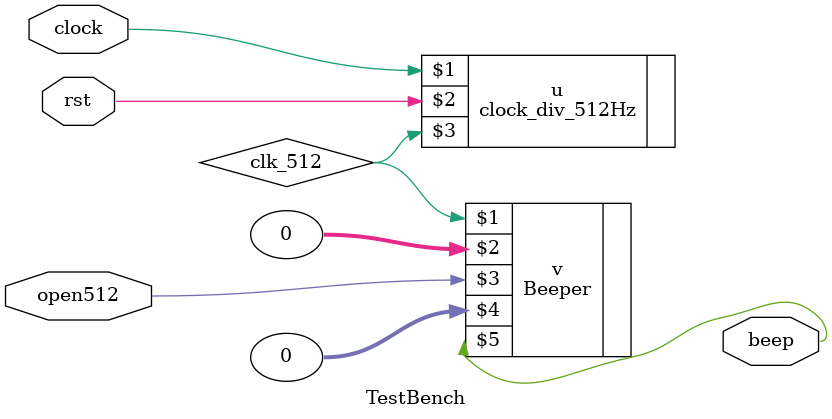
<source format=v>
`timescale 1ns / 1ps


module TestBench(
    input clock,
    input rst,
    input open512,
    output beep
    );
    wire clk_512;
    clock_div_512Hz u(clock,rst,clk_512);
    Beeper v(clk_512,0,open512,0,beep);
endmodule

</source>
